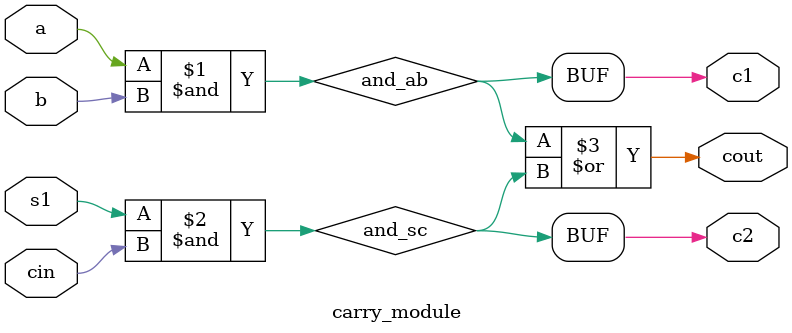
<source format=v>
module gate_level_adder_top(
    input clk,
    input rst_n,
    input a,
    input b, 
    input cin,
    output reg sum,
    output reg cout
);

    // 内部信号定义
    wire s1_stage1;
    wire c1_stage1, c2_stage1;
    reg s1_stage2;
    reg c1_stage2, c2_stage2;
    reg sum_stage2;

    // 第一级流水线 - 异或运算
    xor_module xor_unit(
        .a(a),
        .b(b),
        .cin(cin),
        .s1(s1_stage1),
        .sum(sum_stage1)
    );

    // 第一级流水线 - 进位计算
    carry_module carry_unit(
        .a(a),
        .b(b),
        .s1(s1_stage1),
        .cin(cin),
        .c1(c1_stage1),
        .c2(c2_stage1),
        .cout(cout_stage1)
    );

    // 第二级流水线寄存器
    always @(posedge clk or negedge rst_n) begin
        if (!rst_n) begin
            s1_stage2 <= 1'b0;
            c1_stage2 <= 1'b0;
            c2_stage2 <= 1'b0;
            sum_stage2 <= 1'b0;
        end else begin
            s1_stage2 <= s1_stage1;
            c1_stage2 <= c1_stage1;
            c2_stage2 <= c2_stage1;
            sum_stage2 <= sum_stage1;
        end
    end

    // 输出逻辑
    always @(posedge clk or negedge rst_n) begin
        if (!rst_n) begin
            sum <= 1'b0;
            cout <= 1'b0;
        end else begin
            sum <= sum_stage2;
            cout <= c1_stage2 | c2_stage2;
        end
    end

endmodule

// 异或运算子模块
module xor_module(
    input a,
    input b,
    input cin,
    output s1,
    output sum
);

    wire xor_ab;
    xor x1(xor_ab, a, b);
    xor x2(sum, xor_ab, cin);
    assign s1 = xor_ab;

endmodule

// 进位计算子模块
module carry_module(
    input a,
    input b,
    input s1,
    input cin,
    output c1,
    output c2,
    output cout
);

    wire and_ab, and_sc;
    and a1(and_ab, a, b);
    and a2(and_sc, s1, cin);
    or o1(cout, and_ab, and_sc);
    assign c1 = and_ab;
    assign c2 = and_sc;

endmodule
</source>
